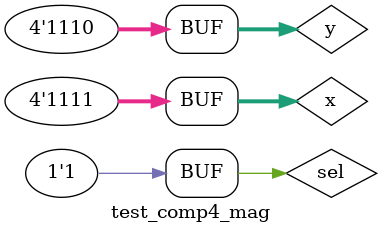
<source format=v>

module comp4_mag (
    output maior,
    output menor,
    input  [3:0] a,
    input  [3:0] b
);
    wire nA3, nA2, nA1, nA0;
    wire nB3, nB2, nB1, nB0;

    // negar bits de a e b
    not NOTA3(nA3, a[3]); not NOTA2(nA2, a[2]); not NOTA1(nA1, a[1]); not NOTA0(nA0, a[0]);
    not NOTB3(nB3, b[3]); not NOTB2(nB2, b[2]); not NOTB1(nB1, b[1]); not NOTB0(nB0, b[0]);

    // calcular maior
    wire m3, m2, m1, m0;

    // bit mais significativo
    and AND3(m3, a[3], nB3);
    // segundo bit se os anteriores iguais
    wire eq3; and AND_EQ3(eq3, nA3, nB3);
    and AND2(m2, a[2], nB2, eq3);
    // terceiro bit
    wire eq2; and AND_EQ2(eq2, eq3, nA2, nB2);
    and AND1(m1, a[1], nB1, eq2);
    // quarto bit
    wire eq1; and AND_EQ1(eq1, eq2, nA1, nB1);
    and AND0(m0, a[0], nB0, eq1);

    or OR_MAIOR(maior, m3, m2, m1, m0);

    // menor = b > a
    wire n_maior; not NOT_M(n_maior, maior);
    and AND_MENOR(menor, n_maior, 1'b1); // menor = ~maior se a != b
endmodule

// ------------------------- 
// mux2 = 2x1 com portas
// ------------------------- 
module mux2 (
    output s,
    input  a,
    input  b,
    input  sel
);
    wire nsel, sa, sb;
    not NOT1(nsel, sel);
    and AND1(sa, a, nsel);
    and AND2(sb, b, sel);
    or  OR1(s, sa, sb);
endmodule

// ------------------------- 
// Testbench
// ------------------------- 
module test_comp4_mag;
    reg [3:0] x;
    reg [3:0] y;
    reg sel; // 0-maior, 1-menor
    wire maior;
    wire menor;
    wire z;

    // instancia comparador
    comp4_mag COMP (maior, menor, x, y);

    // mux para saída única
    mux2 MUX1 (z, maior, menor, sel);

    initial
    begin : main
        $display("Guia_0707 - Gabriel Ferreira Pereira - 842527");
        $display("x    y    sel | maior menor | z");
        $monitor("%4b %4b  %b   | %b     %b    | %b", x, y, sel, maior, menor, z);

        // Testes
        sel = 0; // testar maior
        x = 4'b0000; y = 4'b0000; #1;
        x = 4'b1010; y = 4'b0101; #1;
        x = 4'b0110; y = 4'b1001; #1;
        x = 4'b1111; y = 4'b1110; #1;

        sel = 1; // testar menor
        x = 4'b0000; y = 4'b0000; #1;
        x = 4'b1010; y = 4'b0101; #1;
        x = 4'b0110; y = 4'b1001; #1;
        x = 4'b1111; y = 4'b1110; #1;
    end
endmodule
</source>
